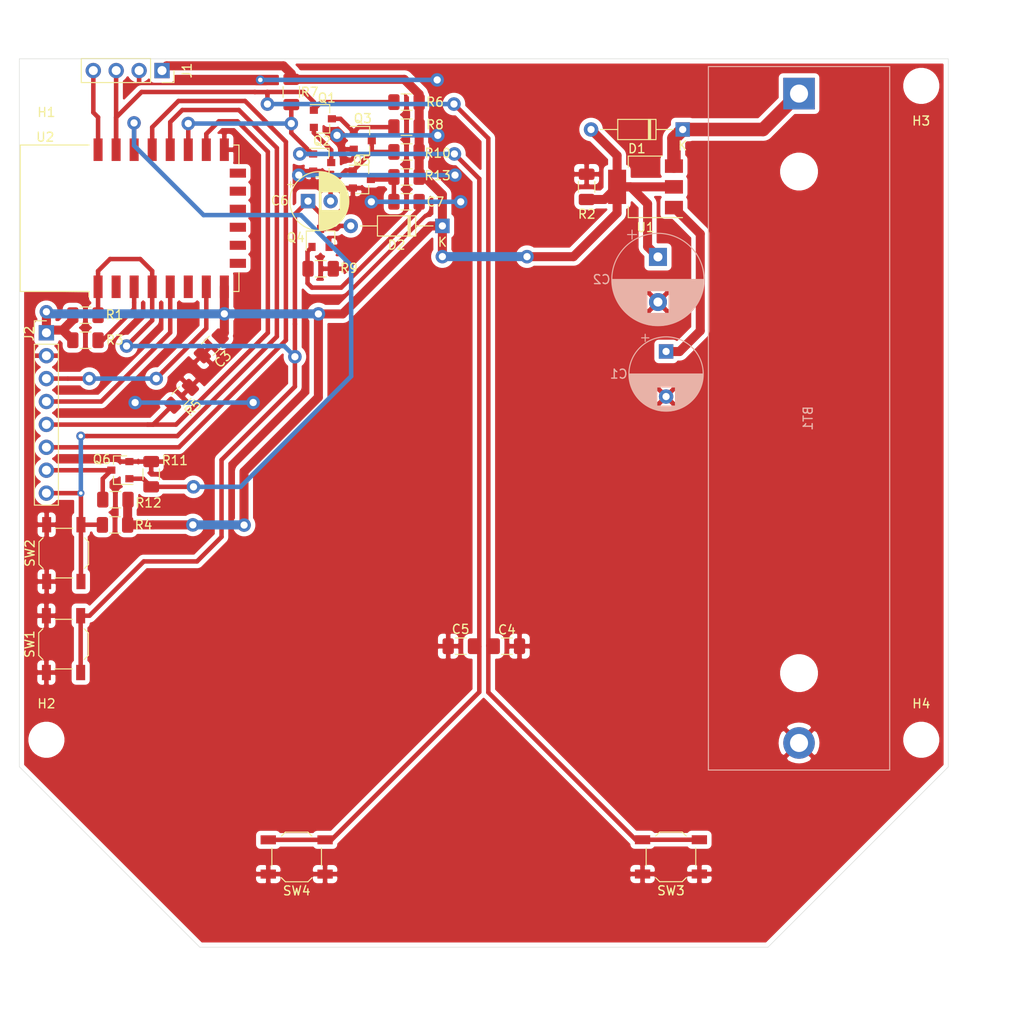
<source format=kicad_pcb>
(kicad_pcb (version 20171130) (host pcbnew 5.1.5+dfsg1-2build2)
  (title_block (title E-printed-exam) (date 2022-06-04) (rev 1.2) (company "Diego Rodríguez Riera"))
  (layers (0 F.Cu signal) (31 B.Cu signal) (34 B.Paste user) (35 F.Paste user) (36 B.SilkS user) (37 F.SilkS user) (38 B.Mask user) (39 F.Mask user) (44 Edge.Cuts user))
  (net 0 "")
  (net 1 "Net-(J1-Pad4)")
  (net 2 GND)
  (net 3 VCC)
  (net 4 "Net-(BT1-Pad1)")
  (net 5 spi-busy,flash)
  (net 6 nxt)
  (net 7 spi-clk)
  (net 8 spi-mosi)
  (net 9 spi-cs)
  (net 10 spi-dc)
  (net 11 spi-nrst)
  (net 12 spi-rst)
  (net 13 prv)
  (net 14 "Net-(U2-Pad14)")
  (net 15 "Net-(U2-Pad13)")
  (net 16 "Net-(U2-Pad12)")
  (net 17 "Net-(U2-Pad11)")
  (net 18 "Net-(U2-Pad10)")
  (net 19 "Net-(U2-Pad9)")
  (net 20 spi-miso)
  (net 21 "Net-(U2-Pad2)")
  (net 22 nrst)
  (net 23 nxt+prv)
  (net 24 "Net-(C7-Pad1)")
  (net 25 "Net-(Q1-Pad3)")
  (net 26 "Net-(Q1-Pad2)")
  (net 27 "Net-(C1-Pad1)")
  (net 28 "Net-(C7-Pad2)")
  (net 29 "Net-(R3-Pad1)")
  (module Battery:BatteryHolder_MPD_BH-18650-PC2 (layer B.Cu) (at 177.72 49.98 270)
    (fp_text reference BT1 (at 36 -1 90) (layer B.SilkS) (effects (justify mirror)))
    (fp_text value Battery_Cell)
    (pad "" np_thru_hole circle (at 64.255 0 270) (size 3.2 3.2) (drill 3.2) (layers *.Cu *.Mask))
    (pad "" np_thru_hole circle (at 8.645 0 270) (size 3.2 3.2) (drill 3.2) (layers *.Cu *.Mask))
    (pad 1 thru_hole rect (at 0 0 270) (size 3.5 3.5) (drill 2) (layers *.Cu *.Mask) (net 4 "Net-(BT1-Pad1)"))
    (pad 2 thru_hole circle (at 72 0 270) (size 3.5 3.5) (drill 2) (layers *.Cu *.Mask) (net 2 GND))
  )
  (module Capacitor_THT:CP_Radial_D6.3mm_P2.50mm (layer F.Cu) (at 123.28 61.9)
    (fp_text reference C6 (at -3.13 -0.05) (layer F.SilkS))
    (fp_text value 47u)
    (pad 2 thru_hole circle (at 2.5 0) (size 1.6 1.6) (drill 0.8) (layers *.Cu *.Mask) (net 23 nxt+prv))
    (pad 1 thru_hole rect (at 0 0) (size 1.6 1.6) (drill 0.8) (layers *.Cu *.Mask) (net 22 nrst))
  )
  (module Capacitor_SMD:C_1206_3216Metric (layer F.Cu) (at 145.33 111.25)
    (fp_text reference C4 (at 0 -1.82) (layer F.SilkS))
    (fp_text value 100n)
    (pad 2 smd roundrect (at 1.4 0) (size 1.25 1.75) (layers F.Cu F.Paste F.Mask) (roundrect_rratio 0.2) (net 2 GND))
    (pad 1 smd roundrect (at -1.4 0) (size 1.25 1.75) (layers F.Cu F.Paste F.Mask) (roundrect_rratio 0.2) (net 6 nxt))
  )
  (module Connector_PinSocket_2.54mm:PinSocket_1x04_P2.54mm_Vertical (layer F.Cu) (at 107.09 47.425 270)
    (fp_text reference J1 (at 0 -2.77 90) (layer F.SilkS))
    (fp_text value Conn_01x04)
    (pad 4 thru_hole oval (at 0 7.62 270) (size 1.7 1.7) (drill 1) (layers *.Cu *.Mask) (net 1 "Net-(J1-Pad4)"))
    (pad 3 thru_hole oval (at 0 5.08 270) (size 1.7 1.7) (drill 1) (layers *.Cu *.Mask) (net 6 nxt))
    (pad 2 thru_hole oval (at 0 2.54 270) (size 1.7 1.7) (drill 1) (layers *.Cu *.Mask) (net 2 GND))
    (pad 1 thru_hole rect (at 0 0 270) (size 1.7 1.7) (drill 1) (layers *.Cu *.Mask) (net 3 VCC))
  )
  (module Connector_PinHeader_2.54mm:PinHeader_1x08_P2.54mm_Vertical (layer F.Cu) (at 94.27 76.5)
    (fp_text reference J2 (at -1.91 0.09 90) (layer F.SilkS))
    (fp_text value Conn_01x08)
    (pad 8 thru_hole oval (at 0 17.78) (size 1.7 1.7) (drill 1) (layers *.Cu *.Mask) (net 5 spi-busy,flash))
    (pad 7 thru_hole oval (at 0 15.24) (size 1.7 1.7) (drill 1) (layers *.Cu *.Mask) (net 11 spi-nrst))
    (pad 6 thru_hole oval (at 0 12.7) (size 1.7 1.7) (drill 1) (layers *.Cu *.Mask) (net 10 spi-dc))
    (pad 5 thru_hole oval (at 0 10.16) (size 1.7 1.7) (drill 1) (layers *.Cu *.Mask) (net 9 spi-cs))
    (pad 4 thru_hole oval (at 0 7.62) (size 1.7 1.7) (drill 1) (layers *.Cu *.Mask) (net 7 spi-clk))
    (pad 3 thru_hole oval (at 0 5.08) (size 1.7 1.7) (drill 1) (layers *.Cu *.Mask) (net 8 spi-mosi))
    (pad 2 thru_hole oval (at 0 2.54) (size 1.7 1.7) (drill 1) (layers *.Cu *.Mask) (net 2 GND))
    (pad 1 thru_hole rect (at 0 0) (size 1.7 1.7) (drill 1) (layers *.Cu *.Mask) (net 3 VCC))
  )
  (module RF_Module:ESP-12E (layer F.Cu) (at 103.5 63.8 90)
    (fp_text reference U2 (at 9 -9.36 180) (layer F.SilkS))
    (fp_text value ESP-12F)
    (pad 22 smd rect (at 7.6 -3.5 90) (size 2.5 1) (layers F.Cu F.Paste F.Mask) (net 1 "Net-(J1-Pad4)"))
    (pad 21 smd rect (at 7.6 -1.5 90) (size 2.5 1) (layers F.Cu F.Paste F.Mask) (net 6 nxt))
    (pad 20 smd rect (at 7.6 0.5 90) (size 2.5 1) (layers F.Cu F.Paste F.Mask) (net 12 spi-rst))
    (pad 19 smd rect (at 7.6 2.5 90) (size 2.5 1) (layers F.Cu F.Paste F.Mask) (net 10 spi-dc))
    (pad 18 smd rect (at 7.6 4.5 90) (size 2.5 1) (layers F.Cu F.Paste F.Mask) (net 5 spi-busy,flash))
    (pad 17 smd rect (at 7.6 6.5 90) (size 2.5 1) (layers F.Cu F.Paste F.Mask) (net 13 prv))
    (pad 16 smd rect (at 7.6 8.5 90) (size 2.5 1) (layers F.Cu F.Paste F.Mask) (net 9 spi-cs))
    (pad 15 smd rect (at 7.6 10.5 90) (size 2.5 1) (layers F.Cu F.Paste F.Mask) (net 2 GND))
    (pad 14 smd rect (at 5 12 90) (size 1 1.8) (layers F.Cu F.Paste F.Mask) (net 14 "Net-(U2-Pad14)"))
    (pad 13 smd rect (at 3 12 90) (size 1 1.8) (layers F.Cu F.Paste F.Mask) (net 15 "Net-(U2-Pad13)"))
    (pad 12 smd rect (at 1 12 90) (size 1 1.8) (layers F.Cu F.Paste F.Mask) (net 16 "Net-(U2-Pad12)"))
    (pad 11 smd rect (at -1 12 90) (size 1 1.8) (layers F.Cu F.Paste F.Mask) (net 17 "Net-(U2-Pad11)"))
    (pad 10 smd rect (at -3 12 90) (size 1 1.8) (layers F.Cu F.Paste F.Mask) (net 18 "Net-(U2-Pad10)"))
    (pad 9 smd rect (at -5 12 90) (size 1 1.8) (layers F.Cu F.Paste F.Mask) (net 19 "Net-(U2-Pad9)"))
    (pad 8 smd rect (at -7.6 10.5 90) (size 2.5 1) (layers F.Cu F.Paste F.Mask) (net 3 VCC))
    (pad 7 smd rect (at -7.6 8.5 90) (size 2.5 1) (layers F.Cu F.Paste F.Mask) (net 8 spi-mosi))
    (pad 6 smd rect (at -7.6 6.5 90) (size 2.5 1) (layers F.Cu F.Paste F.Mask) (net 20 spi-miso))
    (pad 5 smd rect (at -7.6 4.5 90) (size 2.5 1) (layers F.Cu F.Paste F.Mask) (net 7 spi-clk))
    (pad 4 smd rect (at -7.6 2.5 90) (size 2.5 1) (layers F.Cu F.Paste F.Mask) (net 22 nrst))
    (pad 3 smd rect (at -7.6 0.5 90) (size 2.5 1) (layers F.Cu F.Paste F.Mask) (net 29 "Net-(R3-Pad1)"))
    (pad 2 smd rect (at -7.6 -1.5 90) (size 2.5 1) (layers F.Cu F.Paste F.Mask) (net 21 "Net-(U2-Pad2)"))
    (pad 1 smd rect (at -7.6 -3.5 90) (size 2.5 1) (layers F.Cu F.Paste F.Mask) (net 22 nrst))
  )
  (module Package_TO_SOT_SMD:SOT-223-3_TabPin2 (layer F.Cu) (at 160.7 60.32 180)
    (fp_text reference U1 (at 0 -4.5) (layer F.SilkS))
    (fp_text value AP1117-33)
    (pad 1 smd rect (at -3.15 -2.3 180) (size 2 1.5) (layers F.Cu F.Paste F.Mask) (net 27 "Net-(C1-Pad1)"))
    (pad 3 smd rect (at -3.15 2.3 180) (size 2 1.5) (layers F.Cu F.Paste F.Mask) (net 4 "Net-(BT1-Pad1)"))
    (pad 2 smd rect (at -3.15 0 180) (size 2 1.5) (layers F.Cu F.Paste F.Mask) (net 3 VCC))
    (pad 2 smd rect (at 3.15 0 180) (size 2 3.8) (layers F.Cu F.Paste F.Mask) (net 3 VCC))
  )
  (module Button_Switch_SMD:SW_SPST_TL3342 (layer F.Cu) (at 96.2 100.93 90)
    (fp_text reference SW2 (at 0 -3.75 90) (layer F.SilkS))
    (fp_text value SW_Push)
    (pad 2 smd rect (at 3.15 1.9 90) (size 1.7 1) (layers F.Cu F.Paste F.Mask) (net 5 spi-busy,flash))
    (pad 2 smd rect (at -3.15 1.9 90) (size 1.7 1) (layers F.Cu F.Paste F.Mask) (net 5 spi-busy,flash))
    (pad 1 smd rect (at 3.15 -1.9 90) (size 1.7 1) (layers F.Cu F.Paste F.Mask) (net 2 GND))
    (pad 1 smd rect (at -3.15 -1.9 90) (size 1.7 1) (layers F.Cu F.Paste F.Mask) (net 2 GND))
  )
  (module Button_Switch_SMD:SW_SPST_TL3342 (layer F.Cu) (at 96.17 111.02 90)
    (fp_text reference SW1 (at 0 -3.75 90) (layer F.SilkS))
    (fp_text value SW_Push)
    (pad 2 smd rect (at 3.15 1.9 90) (size 1.7 1) (layers F.Cu F.Paste F.Mask) (net 22 nrst))
    (pad 2 smd rect (at -3.15 1.9 90) (size 1.7 1) (layers F.Cu F.Paste F.Mask) (net 22 nrst))
    (pad 1 smd rect (at 3.15 -1.9 90) (size 1.7 1) (layers F.Cu F.Paste F.Mask) (net 2 GND))
    (pad 1 smd rect (at -3.15 -1.9 90) (size 1.7 1) (layers F.Cu F.Paste F.Mask) (net 2 GND))
  )
  (module Resistor_SMD:R_1206_3216Metric (layer F.Cu) (at 134.2 59.225 180)
    (fp_text reference R13 (at -3.44 0.155 180) (layer F.SilkS))
    (fp_text value 680k)
    (pad 2 smd roundrect (at 1.4 0 180) (size 1.25 1.75) (layers F.Cu F.Paste F.Mask) (roundrect_rratio 0.2) (net 24 "Net-(C7-Pad1)"))
    (pad 1 smd roundrect (at -1.4 0 180) (size 1.25 1.75) (layers F.Cu F.Paste F.Mask) (roundrect_rratio 0.2) (net 3 VCC))
  )
  (module Resistor_SMD:R_1206_3216Metric (layer F.Cu) (at 101.92 95 180)
    (fp_text reference R12 (at -3.67 -0.36) (layer F.SilkS))
    (fp_text value 10k)
    (pad 2 smd roundrect (at 1.4 0 180) (size 1.25 1.75) (layers F.Cu F.Paste F.Mask) (roundrect_rratio 0.2) (net 11 spi-nrst))
    (pad 1 smd roundrect (at -1.4 0 180) (size 1.25 1.75) (layers F.Cu F.Paste F.Mask) (roundrect_rratio 0.2) (net 3 VCC))
  )
  (module Resistor_SMD:R_1206_3216Metric (layer F.Cu) (at 105.89 92.18 90)
    (fp_text reference R11 (at 1.52 2.62 180) (layer F.SilkS))
    (fp_text value 10k)
    (pad 2 smd roundrect (at 1.4 0 90) (size 1.25 1.75) (layers F.Cu F.Paste F.Mask) (roundrect_rratio 0.2) (net 2 GND))
    (pad 1 smd roundrect (at -1.4 0 90) (size 1.25 1.75) (layers F.Cu F.Paste F.Mask) (roundrect_rratio 0.2) (net 12 spi-rst))
  )
  (module Resistor_SMD:R_1206_3216Metric (layer F.Cu) (at 134.2 56.45 180)
    (fp_text reference R10 (at -3.45 -0.13 180) (layer F.SilkS))
    (fp_text value 3.3k)
    (pad 2 smd roundrect (at 1.4 0 180) (size 1.25 1.75) (layers F.Cu F.Paste F.Mask) (roundrect_rratio 0.2) (net 23 nxt+prv))
    (pad 1 smd roundrect (at -1.4 0 180) (size 1.25 1.75) (layers F.Cu F.Paste F.Mask) (roundrect_rratio 0.2) (net 3 VCC))
  )
  (module Resistor_SMD:R_1206_3216Metric (layer F.Cu) (at 124.68 69.4)
    (fp_text reference R9 (at 3.137 -0.061 180) (layer F.SilkS))
    (fp_text value 330)
    (pad 2 smd roundrect (at 1.4 0) (size 1.25 1.75) (layers F.Cu F.Paste F.Mask) (roundrect_rratio 0.2) (net 2 GND))
    (pad 1 smd roundrect (at -1.4 0) (size 1.25 1.75) (layers F.Cu F.Paste F.Mask) (roundrect_rratio 0.2) (net 28 "Net-(C7-Pad2)"))
  )
  (module Resistor_SMD:R_1206_3216Metric (layer F.Cu) (at 134.2 53.7)
    (fp_text reference R8 (at 3.15 -0.27 180) (layer F.SilkS))
    (fp_text value 33k)
    (pad 2 smd roundrect (at 1.4 0) (size 1.25 1.75) (layers F.Cu F.Paste F.Mask) (roundrect_rratio 0.2) (net 3 VCC))
    (pad 1 smd roundrect (at -1.4 0) (size 1.25 1.75) (layers F.Cu F.Paste F.Mask) (roundrect_rratio 0.2) (net 25 "Net-(Q1-Pad3)"))
  )
  (module Resistor_SMD:R_1206_3216Metric (layer F.Cu) (at 121.425 49.8 90)
    (fp_text reference R7 (at -0.01 2.025 180) (layer F.SilkS))
    (fp_text value 10k)
    (pad 2 smd roundrect (at 1.4 0 90) (size 1.25 1.75) (layers F.Cu F.Paste F.Mask) (roundrect_rratio 0.2) (net 3 VCC))
    (pad 1 smd roundrect (at -1.4 0 90) (size 1.25 1.75) (layers F.Cu F.Paste F.Mask) (roundrect_rratio 0.2) (net 13 prv))
  )
  (module Resistor_SMD:R_1206_3216Metric (layer F.Cu) (at 134.2 50.925)
    (fp_text reference R6 (at 3.15 0 180) (layer F.SilkS))
    (fp_text value 10k)
    (pad 2 smd roundrect (at 1.4 0) (size 1.25 1.75) (layers F.Cu F.Paste F.Mask) (roundrect_rratio 0.2) (net 3 VCC))
    (pad 1 smd roundrect (at -1.4 0) (size 1.25 1.75) (layers F.Cu F.Paste F.Mask) (roundrect_rratio 0.2) (net 6 nxt))
  )
  (module Resistor_SMD:R_1206_3216Metric (layer F.Cu) (at 109.246051 83.539949 225)
    (fp_text reference R5 (at 0 -1.82 45) (layer F.SilkS))
    (fp_text value 10k)
    (pad 2 smd roundrect (at 1.4 0 225) (size 1.25 1.75) (layers F.Cu F.Paste F.Mask) (roundrect_rratio 0.2) (net 9 spi-cs))
    (pad 1 smd roundrect (at -1.4 0 225) (size 1.25 1.75) (layers F.Cu F.Paste F.Mask) (roundrect_rratio 0.2) (net 2 GND))
  )
  (module Resistor_SMD:R_1206_3216Metric (layer F.Cu) (at 101.88 97.8 180)
    (fp_text reference R4 (at -3.16 -0.01) (layer F.SilkS))
    (fp_text value 10k)
    (pad 2 smd roundrect (at 1.4 0 180) (size 1.25 1.75) (layers F.Cu F.Paste F.Mask) (roundrect_rratio 0.2) (net 5 spi-busy,flash))
    (pad 1 smd roundrect (at -1.4 0 180) (size 1.25 1.75) (layers F.Cu F.Paste F.Mask) (roundrect_rratio 0.2) (net 3 VCC))
  )
  (module Resistor_SMD:R_1206_3216Metric (layer F.Cu) (at 98.6 77.325 180)
    (fp_text reference R3 (at -3.25 0.025 180) (layer F.SilkS))
    (fp_text value 10k)
    (pad 2 smd roundrect (at 1.4 0 180) (size 1.25 1.75) (layers F.Cu F.Paste F.Mask) (roundrect_rratio 0.2) (net 3 VCC))
    (pad 1 smd roundrect (at -1.4 0 180) (size 1.25 1.75) (layers F.Cu F.Paste F.Mask) (roundrect_rratio 0.2) (net 29 "Net-(R3-Pad1)"))
  )
  (module Resistor_SMD:R_1206_3216Metric (layer F.Cu) (at 154.17 60.32 90)
    (fp_text reference R2 (at -3.02 0.02 180) (layer F.SilkS))
    (fp_text value 33k)
    (pad 2 smd roundrect (at 1.4 0 90) (size 1.25 1.75) (layers F.Cu F.Paste F.Mask) (roundrect_rratio 0.2) (net 2 GND))
    (pad 1 smd roundrect (at -1.4 0 90) (size 1.25 1.75) (layers F.Cu F.Paste F.Mask) (roundrect_rratio 0.2) (net 3 VCC))
  )
  (module Resistor_SMD:R_1206_3216Metric (layer F.Cu) (at 98.6 74.55)
    (fp_text reference R1 (at 3.225 -0.05 180) (layer F.SilkS))
    (fp_text value 1k)
    (pad 2 smd roundrect (at 1.4 0) (size 1.25 1.75) (layers F.Cu F.Paste F.Mask) (roundrect_rratio 0.2) (net 22 nrst))
    (pad 1 smd roundrect (at -1.4 0) (size 1.25 1.75) (layers F.Cu F.Paste F.Mask) (roundrect_rratio 0.2) (net 3 VCC))
  )
  (module Package_TO_SOT_SMD:SOT-23 (layer F.Cu) (at 102.47 91.73 180)
    (fp_text reference Q6 (at 2.06 1.19) (layer F.SilkS))
    (fp_text value 2N7002)
    (pad 3 smd rect (at 1 0 180) (size 0.9 0.8) (layers F.Cu F.Paste F.Mask) (net 11 spi-nrst))
    (pad 2 smd rect (at -1 0.95 180) (size 0.9 0.8) (layers F.Cu F.Paste F.Mask) (net 2 GND))
    (pad 1 smd rect (at -1 -0.95 180) (size 0.9 0.8) (layers F.Cu F.Paste F.Mask) (net 12 spi-rst))
  )
  (module Package_TO_SOT_SMD:SOT-23 (layer F.Cu) (at 129.25 59.5)
    (fp_text reference Q5 (at -0.01 -2.1 180) (layer F.SilkS))
    (fp_text value 2N7002)
    (pad 3 smd rect (at 1 0) (size 0.9 0.8) (layers F.Cu F.Paste F.Mask) (net 24 "Net-(C7-Pad1)"))
    (pad 2 smd rect (at -1 0.95) (size 0.9 0.8) (layers F.Cu F.Paste F.Mask) (net 2 GND))
    (pad 1 smd rect (at -1 -0.95) (size 0.9 0.8) (layers F.Cu F.Paste F.Mask) (net 23 nxt+prv))
  )
  (module Package_TO_SOT_SMD:SOT-23 (layer F.Cu) (at 124.67 65.98 90)
    (fp_text reference Q4 (at 0.04 -2.745 180) (layer F.SilkS))
    (fp_text value 2N7002)
    (pad 3 smd rect (at 1 0 90) (size 0.9 0.8) (layers F.Cu F.Paste F.Mask) (net 22 nrst))
    (pad 2 smd rect (at -1 0.95 90) (size 0.9 0.8) (layers F.Cu F.Paste F.Mask) (net 2 GND))
    (pad 1 smd rect (at -1 -0.95 90) (size 0.9 0.8) (layers F.Cu F.Paste F.Mask) (net 28 "Net-(C7-Pad2)"))
  )
  (module Package_TO_SOT_SMD:SOT-23 (layer F.Cu) (at 129.35 55.2)
    (fp_text reference Q3 (at 0 -2.46 180) (layer F.SilkS))
    (fp_text value 2N7002)
    (pad 3 smd rect (at 1 0) (size 0.9 0.8) (layers F.Cu F.Paste F.Mask) (net 23 nxt+prv))
    (pad 2 smd rect (at -1 0.95) (size 0.9 0.8) (layers F.Cu F.Paste F.Mask) (net 2 GND))
    (pad 1 smd rect (at -1 -0.95) (size 0.9 0.8) (layers F.Cu F.Paste F.Mask) (net 25 "Net-(Q1-Pad3)"))
  )
  (module Package_TO_SOT_SMD:SOT-23 (layer F.Cu) (at 124.85 57.625)
    (fp_text reference Q2 (at -0.01 -2.395 180) (layer F.SilkS))
    (fp_text value 2N7002)
    (pad 3 smd rect (at 1 0) (size 0.9 0.8) (layers F.Cu F.Paste F.Mask) (net 26 "Net-(Q1-Pad2)"))
    (pad 2 smd rect (at -1 0.95) (size 0.9 0.8) (layers F.Cu F.Paste F.Mask) (net 2 GND))
    (pad 1 smd rect (at -1 -0.95) (size 0.9 0.8) (layers F.Cu F.Paste F.Mask) (net 13 prv))
  )
  (module Package_TO_SOT_SMD:SOT-23 (layer F.Cu) (at 124.925 52.775)
    (fp_text reference Q1 (at 0.435 -2.315 180) (layer F.SilkS))
    (fp_text value 2N7002)
    (pad 3 smd rect (at 1 0) (size 0.9 0.8) (layers F.Cu F.Paste F.Mask) (net 25 "Net-(Q1-Pad3)"))
    (pad 2 smd rect (at -1 0.95) (size 0.9 0.8) (layers F.Cu F.Paste F.Mask) (net 26 "Net-(Q1-Pad2)"))
    (pad 1 smd rect (at -1 -0.95) (size 0.9 0.8) (layers F.Cu F.Paste F.Mask) (net 6 nxt))
  )
  (module Diode_THT:D_DO-35_SOD27_P10.16mm_Horizontal (layer F.Cu) (at 138.176 64.65 180)
    (fp_text reference D2 (at 5.08 -2.12) (layer F.SilkS))
    (fp_text value 2N7001)
    (fp_text user K (at 0 -1.8) (layer F.SilkS))
    (pad 2 thru_hole oval (at 10.16 0 180) (size 1.6 1.6) (drill 0.8) (layers *.Cu *.Mask) (net 22 nrst))
    (pad 1 thru_hole rect (at 0 0 180) (size 1.6 1.6) (drill 0.8) (layers *.Cu *.Mask) (net 3 VCC))
  )
  (module Diode_THT:D_DO-35_SOD27_P10.16mm_Horizontal (layer F.Cu) (at 164.82 53.96 180)
    (fp_text reference D1 (at 5.08 -2.12) (layer F.SilkS))
    (fp_text value 2N7001)
    (fp_text user K (at 0 -1.8) (layer F.SilkS))
    (pad 2 thru_hole oval (at 10.16 0 180) (size 1.6 1.6) (drill 0.8) (layers *.Cu *.Mask) (net 3 VCC))
    (pad 1 thru_hole rect (at 0 0 180) (size 1.6 1.6) (drill 0.8) (layers *.Cu *.Mask) (net 4 "Net-(BT1-Pad1)"))
  )
  (module Capacitor_SMD:C_1206_3216Metric (layer F.Cu) (at 134.2 61.975)
    (fp_text reference C7 (at 3.2 0.015 180) (layer F.SilkS))
    (fp_text value 100n)
    (pad 2 smd roundrect (at 1.4 0) (size 1.25 1.75) (layers F.Cu F.Paste F.Mask) (roundrect_rratio 0.2) (net 28 "Net-(C7-Pad2)"))
    (pad 1 smd roundrect (at -1.4 0) (size 1.25 1.75) (layers F.Cu F.Paste F.Mask) (roundrect_rratio 0.2) (net 24 "Net-(C7-Pad1)"))
  )
  (module Capacitor_SMD:C_1206_3216Metric (layer F.Cu) (at 140.22 111.25 180)
    (fp_text reference C5 (at 0.02 1.882 180) (layer F.SilkS))
    (fp_text value 100n)
    (pad 2 smd roundrect (at 1.4 0 180) (size 1.25 1.75) (layers F.Cu F.Paste F.Mask) (roundrect_rratio 0.2) (net 2 GND))
    (pad 1 smd roundrect (at -1.4 0 180) (size 1.25 1.75) (layers F.Cu F.Paste F.Mask) (roundrect_rratio 0.2) (net 13 prv))
  )
  (module Capacitor_SMD:C_1206_3216Metric (layer F.Cu) (at 112.548051 77.951949 45)
    (fp_text reference C3 (at -0.142763 1.975656 45) (layer F.SilkS))
    (fp_text value 100n)
    (pad 2 smd roundrect (at 1.4 0 45) (size 1.25 1.75) (layers F.Cu F.Paste F.Mask) (roundrect_rratio 0.2) (net 3 VCC))
    (pad 1 smd roundrect (at -1.4 0 45) (size 1.25 1.75) (layers F.Cu F.Paste F.Mask) (roundrect_rratio 0.2) (net 2 GND))
  )
  (module Capacitor_THT:CP_Radial_D10.0mm_P5.00mm (layer B.Cu) (at 162.08 68.09 270)
    (fp_text reference C2 (at 2.5 6.25 180) (layer B.SilkS) (effects (justify mirror)))
    (fp_text value 220u)
    (pad 2 thru_hole circle (at 5 0 270) (size 2 2) (drill 1) (layers *.Cu *.Mask) (net 2 GND))
    (pad 1 thru_hole rect (at 0 0 270) (size 2 2) (drill 1) (layers *.Cu *.Mask) (net 3 VCC))
  )
  (module Capacitor_THT:CP_Radial_D8.0mm_P5.00mm (layer B.Cu) (at 162.98 78.57 270)
    (fp_text reference C1 (at 2.5 5.25 180) (layer B.SilkS) (effects (justify mirror)))
    (fp_text value 100u)
    (pad 2 thru_hole circle (at 5 0 270) (size 1.6 1.6) (drill 0.8) (layers *.Cu *.Mask) (net 2 GND))
    (pad 1 thru_hole rect (at 0 0 270) (size 1.6 1.6) (drill 0.8) (layers *.Cu *.Mask) (net 27 "Net-(C1-Pad1)"))
  )
  (module Button_Switch_SMD:SW_SPST_TL3342 (layer F.Cu) (at 122.02 134.62 180)
    (fp_text reference SW4 (at 0 -3.75) (layer F.SilkS))
    (fp_text value SW_Push)
    (pad 2 smd rect (at 3.15 1.9 180) (size 1.7 1) (layers F.Cu F.Paste F.Mask) (net 13 prv))
    (pad 2 smd rect (at -3.15 1.9 180) (size 1.7 1) (layers F.Cu F.Paste F.Mask) (net 13 prv))
    (pad 1 smd rect (at 3.15 -1.9 180) (size 1.7 1) (layers F.Cu F.Paste F.Mask) (net 2 GND))
    (pad 1 smd rect (at -3.15 -1.9 180) (size 1.7 1) (layers F.Cu F.Paste F.Mask) (net 2 GND))
  )
  (module Button_Switch_SMD:SW_SPST_TL3342 (layer F.Cu) (at 163.52 134.61 180)
    (fp_text reference SW3 (at 0 -3.75) (layer F.SilkS))
    (fp_text value SW_Push)
    (pad 2 smd rect (at 3.15 1.9 180) (size 1.7 1) (layers F.Cu F.Paste F.Mask) (net 6 nxt))
    (pad 2 smd rect (at -3.15 1.9 180) (size 1.7 1) (layers F.Cu F.Paste F.Mask) (net 6 nxt))
    (pad 1 smd rect (at 3.15 -1.9 180) (size 1.7 1) (layers F.Cu F.Paste F.Mask) (net 2 GND))
    (pad 1 smd rect (at -3.15 -1.9 180) (size 1.7 1) (layers F.Cu F.Paste F.Mask) (net 2 GND))
  )
  (module MountingHole:MountingHole_3mm (layer F.Cu) (at 191.275 49.125)
    (fp_text reference H3 (at -0.015 3.885) (layer F.SilkS))
    (fp_text value MountingHole)
    (pad 1 np_thru_hole circle (at 0 0) (size 3 3) (drill 3) (layers *.Cu *.Mask))
  )
  (module MountingHole:MountingHole_3mm (layer F.Cu) (at 94.275 49.125)
    (fp_text reference H1 (at -0.005 2.935) (layer F.SilkS))
    (fp_text value MountingHole)
    (pad 1 np_thru_hole circle (at 0 0) (size 3 3) (drill 3) (layers *.Cu *.Mask))
  )
  (module MountingHole:MountingHole_3mm (layer F.Cu) (at 191.275 121.625)
    (fp_text reference H4 (at 0 -4) (layer F.SilkS))
    (fp_text value MountingHole)
    (pad 1 np_thru_hole circle (at 0 0) (size 3 3) (drill 3) (layers *.Cu *.Mask))
  )
  (module MountingHole:MountingHole_3mm (layer F.Cu) (at 94.275 121.625)
    (fp_text reference H2 (at 0 -4) (layer F.SilkS))
    (fp_text value MountingHole)
    (pad 1 np_thru_hole circle (at 0 0) (size 3 3) (drill 3) (layers *.Cu *.Mask))
  )
  (gr_line (start 194.275 46.125) (end 91.275 46.125) (layer Edge.Cuts) (width 0.05))
  (gr_line (start 111.275 144.625) (end 174.275 144.625) (layer Edge.Cuts) (width 0.05))
  (gr_line (start 91.275 124.625) (end 111.275 144.625) (layer Edge.Cuts) (width 0.05))
  (gr_line (start 194.275 124.625) (end 174.275 144.625) (layer Edge.Cuts) (width 0.05))
  (gr_line (start 91.275 124.625) (end 91.275 46.125) (layer Edge.Cuts) (width 0.05))
  (gr_line (start 194.275 46.125) (end 194.275 124.625) (layer Edge.Cuts) (width 0.05))
  (segment (start 99.475 47.53) (end 99.47 47.525) (width 0.5) (layer F.Cu) (net 1))
  (segment (start 99.475 52.075) (end 99.475 47.53) (width 0.5) (layer F.Cu) (net 1))
  (segment (start 100 52.6) (end 99.475 52.075) (width 0.5) (layer F.Cu) (net 1))
  (segment (start 100 56.2) (end 100 52.6) (width 0.5) (layer F.Cu) (net 1))
  (via (at 126.492 54.61) (size 1.5) (drill 0.8) (layers F.Cu B.Cu) (net 2))
  (via (at 137.668 54.61) (size 1.5) (drill 0.8) (layers F.Cu B.Cu) (net 2))
  (segment (start 126.492 54.61) (end 127.55266 54.61) (width 0.5) (layer B.Cu) (net 2))
  (segment (start 127.55266 54.61) (end 137.668 54.61) (width 0.5) (layer B.Cu) (net 2))
  (via (at 130.302 61.976) (size 1.5) (drill 0.8) (layers F.Cu B.Cu) (net 2))
  (via (at 140.208 61.976) (size 1.5) (drill 0.8) (layers F.Cu B.Cu) (net 2))
  (segment (start 130.302 61.976) (end 140.208 61.976) (width 0.5) (layer B.Cu) (net 2))
  (via (at 104.11 84.24) (size 1.5) (drill 0.8) (layers F.Cu B.Cu) (net 2))
  (via (at 117.2 84.23) (size 1.5) (drill 0.8) (layers F.Cu B.Cu) (net 2))
  (segment (start 104.11 84.24) (end 117.19 84.24) (width 0.5) (layer B.Cu) (net 2))
  (segment (start 117.19 84.24) (end 117.2 84.23) (width 0.5) (layer B.Cu) (net 2))
  (via (at 122.25 59.02) (size 1.5) (drill 0.8) (layers F.Cu B.Cu) (net 2))
  (via (at 117.99 48.46) (size 1) (drill 0.5) (layers F.Cu B.Cu) (net 2))
  (via (at 137.599999 48.46) (size 1.5) (drill 0.8) (layers F.Cu B.Cu) (net 2))
  (segment (start 117.99 48.46) (end 137.599999 48.46) (width 0.5) (layer B.Cu) (net 2))
  (via (at 139.58 59.02) (size 1.5) (drill 0.8) (layers F.Cu B.Cu) (net 2))
  (segment (start 122.25 59.02) (end 139.58 59.02) (width 0.5) (layer B.Cu) (net 2))
  (segment (start 94.27 76.5) (end 94.57 76.2) (width 1) (layer F.Cu) (net 3))
  (segment (start 96.075 76.2) (end 97.2 77.325) (width 1) (layer F.Cu) (net 3))
  (segment (start 94.57 76.2) (end 96.075 76.2) (width 1) (layer F.Cu) (net 3))
  (segment (start 97.2 75.075) (end 97.2 74.55) (width 1) (layer F.Cu) (net 3))
  (segment (start 96.075 76.2) (end 97.2 75.075) (width 1) (layer F.Cu) (net 3))
  (segment (start 135.6 56.45) (end 135.6 59.225) (width 1) (layer F.Cu) (net 3))
  (segment (start 135.675 50.925) (end 135.6 50.925) (width 1) (layer F.Cu) (net 3))
  (segment (start 135.6 56.4) (end 135.675 56.475) (width 1) (layer F.Cu) (net 3))
  (segment (start 135.6 50.925) (end 135.6 56.4) (width 1) (layer F.Cu) (net 3))
  (segment (start 114 71.4) (end 114 74.4) (width 1) (layer F.Cu) (net 3))
  (via (at 114 74.4) (size 1.5) (drill 0.8) (layers F.Cu B.Cu) (net 3))
  (segment (start 135.6 50.05) (end 135.6 50.925) (width 1) (layer F.Cu) (net 3))
  (segment (start 133.95 48.4) (end 135.6 50.05) (width 1) (layer F.Cu) (net 3))
  (segment (start 121.425 48.4) (end 133.95 48.4) (width 1) (layer F.Cu) (net 3))
  (segment (start 121.425 47.775) (end 121.425 48.4) (width 1) (layer F.Cu) (net 3))
  (segment (start 120.55001 46.90001) (end 121.425 47.775) (width 1) (layer F.Cu) (net 3))
  (segment (start 107.61499 46.90001) (end 120.55001 46.90001) (width 1) (layer F.Cu) (net 3))
  (segment (start 107.09 47.425) (end 107.61499 46.90001) (width 1) (layer F.Cu) (net 3))
  (segment (start 138.176 61.176) (end 138.176 64.65) (width 1) (layer F.Cu) (net 3))
  (segment (start 136.225 59.225) (end 138.176 61.176) (width 1) (layer F.Cu) (net 3))
  (segment (start 135.6 59.225) (end 136.225 59.225) (width 1) (layer F.Cu) (net 3))
  (via (at 124.43 74.41) (size 1.5) (drill 0.8) (layers F.Cu B.Cu) (net 3))
  (segment (start 114 74.4) (end 124.42 74.4) (width 1) (layer B.Cu) (net 3))
  (segment (start 124.42 74.4) (end 124.43 74.41) (width 1) (layer B.Cu) (net 3))
  (segment (start 103.28 95.04) (end 103.32 95) (width 1) (layer F.Cu) (net 3))
  (segment (start 103.28 97.8) (end 103.28 95.04) (width 1) (layer F.Cu) (net 3))
  (via (at 94.269999 74.170001) (size 1.5) (drill 0.8) (layers F.Cu B.Cu) (net 3))
  (segment (start 94.27 76.5) (end 94.269999 75.149999) (width 1) (layer F.Cu) (net 3))
  (segment (start 94.269999 75.149999) (end 94.269999 74.170001) (width 1) (layer F.Cu) (net 3))
  (segment (start 114 74.4) (end 94.499998 74.4) (width 1) (layer B.Cu) (net 3))
  (segment (start 94.499998 74.4) (end 94.269999 74.170001) (width 1) (layer B.Cu) (net 3))
  (segment (start 106.07 97.8) (end 106.07 97.8) (width 1) (layer F.Cu) (net 3))
  (segment (start 156.15 61.72) (end 157.55 60.32) (width 1) (layer F.Cu) (net 3))
  (segment (start 154.17 61.72) (end 156.15 61.72) (width 1) (layer F.Cu) (net 3))
  (segment (start 157.55 60.32) (end 163.85 60.32) (width 1) (layer F.Cu) (net 3))
  (segment (start 157.55 56.85) (end 157.55 60.32) (width 1) (layer F.Cu) (net 3))
  (segment (start 154.66 53.96) (end 157.55 56.85) (width 1) (layer F.Cu) (net 3))
  (segment (start 138.176 68.054) (end 138.176 68.054) (width 1) (layer F.Cu) (net 3))
  (via (at 138.176 68.054) (size 1.5) (drill 0.8) (layers F.Cu B.Cu) (net 3))
  (segment (start 138.176 64.65) (end 138.176 68.054) (width 1) (layer F.Cu) (net 3))
  (segment (start 103.28 97.8) (end 110.509998 97.8) (width 1) (layer F.Cu) (net 3))
  (via (at 110.51 97.800002) (size 1.5) (drill 0.8) (layers F.Cu B.Cu) (net 3))
  (segment (start 110.509998 97.8) (end 110.51 97.800002) (width 1) (layer F.Cu) (net 3))
  (via (at 116.19 97.82) (size 1.5) (drill 0.8) (layers F.Cu B.Cu) (net 3))
  (segment (start 110.51 97.800002) (end 116.170002 97.800002) (width 1) (layer B.Cu) (net 3))
  (segment (start 116.170002 97.800002) (end 116.19 97.82) (width 1) (layer B.Cu) (net 3))
  (segment (start 116.18 97.81) (end 116.19 97.82) (width 1) (layer F.Cu) (net 3))
  (segment (start 116.18 91.9) (end 116.18 97.81) (width 1) (layer F.Cu) (net 3))
  (segment (start 124.43 83.65) (end 116.18 91.9) (width 1) (layer F.Cu) (net 3))
  (segment (start 124.43 74.41) (end 124.43 83.65) (width 1) (layer F.Cu) (net 3))
  (segment (start 152.71 68.06) (end 147.56 68.06) (width 1) (layer F.Cu) (net 3))
  (segment (start 157.55 63.22) (end 152.71 68.06) (width 1) (layer F.Cu) (net 3))
  (segment (start 157.55 60.32) (end 157.55 63.22) (width 1) (layer F.Cu) (net 3))
  (segment (start 147.554 68.054) (end 147.56 68.06) (width 1) (layer B.Cu) (net 3))
  (segment (start 138.176 68.054) (end 147.554 68.054) (width 1) (layer B.Cu) (net 3))
  (via (at 147.56 68.06) (size 1.5) (drill 0.8) (layers F.Cu B.Cu) (net 3))
  (segment (start 160.93 62.2) (end 159.05 60.32) (width 1) (layer F.Cu) (net 3))
  (segment (start 160.93 66.94) (end 160.93 62.2) (width 1) (layer F.Cu) (net 3))
  (segment (start 159.05 60.32) (end 157.55 60.32) (width 1) (layer F.Cu) (net 3))
  (segment (start 162.08 68.09) (end 160.93 66.94) (width 1) (layer F.Cu) (net 3))
  (segment (start 114 74.4) (end 114 76.5) (width 1) (layer F.Cu) (net 3))
  (segment (start 114 76.5) (end 113.538 76.962) (width 1) (layer F.Cu) (net 3))
  (segment (start 136.875 64.65) (end 138.176 64.65) (width 1) (layer F.Cu) (net 3))
  (segment (start 127.115 74.41) (end 136.875 64.65) (width 1) (layer F.Cu) (net 3))
  (segment (start 124.43 74.41) (end 127.115 74.41) (width 1) (layer F.Cu) (net 3))
  (segment (start 163.85 54.93) (end 164.82 53.96) (width 1.5) (layer F.Cu) (net 4))
  (segment (start 163.85 58.02) (end 163.85 54.93) (width 1.5) (layer F.Cu) (net 4))
  (segment (start 177.7 49.96) (end 177.72 49.98) (width 1.5) (layer F.Cu) (net 4))
  (segment (start 177.7 49.99) (end 177.7 49.96) (width 1.5) (layer F.Cu) (net 4))
  (segment (start 173.73 53.96) (end 177.7 49.99) (width 1.5) (layer F.Cu) (net 4))
  (segment (start 164.82 53.96) (end 173.73 53.96) (width 1.5) (layer F.Cu) (net 4))
  (segment (start 98.089998 94.28) (end 98.09 94.279998) (width 0.5) (layer F.Cu) (net 5))
  (via (at 98.09 94.279998) (size 0.8) (drill 0.4) (layers F.Cu B.Cu) (net 5))
  (segment (start 98.09 94.279998) (end 98.09 87.95999) (width 0.5) (layer B.Cu) (net 5))
  (via (at 98.08 87.94999) (size 1) (drill 0.5) (layers F.Cu B.Cu) (net 5))
  (segment (start 98.09 87.95999) (end 98.08 87.94999) (width 0.5) (layer B.Cu) (net 5))
  (segment (start 98.1 94.289998) (end 98.09 94.279998) (width 0.5) (layer F.Cu) (net 5))
  (segment (start 98.1 104.08) (end 98.1 97.78) (width 0.5) (layer F.Cu) (net 5))
  (segment (start 119.824989 76.91524) (end 108.790239 87.94999) (width 0.5) (layer F.Cu) (net 5))
  (segment (start 108 53.14) (end 109.339978 51.800022) (width 0.5) (layer F.Cu) (net 5))
  (segment (start 119.824989 56.010761) (end 119.824989 76.91524) (width 0.5) (layer F.Cu) (net 5))
  (segment (start 115.61425 51.800022) (end 119.824989 56.010761) (width 0.5) (layer F.Cu) (net 5))
  (segment (start 109.339978 51.800022) (end 115.61425 51.800022) (width 0.5) (layer F.Cu) (net 5))
  (segment (start 108.790239 87.94999) (end 98.787106 87.94999) (width 0.5) (layer F.Cu) (net 5))
  (segment (start 108 56.2) (end 108 53.14) (width 0.5) (layer F.Cu) (net 5))
  (segment (start 98.787106 87.94999) (end 98.08 87.94999) (width 0.5) (layer F.Cu) (net 5))
  (segment (start 100.46 97.78) (end 100.48 97.8) (width 0.5) (layer F.Cu) (net 5))
  (segment (start 98.1 97.78) (end 100.46 97.78) (width 0.5) (layer F.Cu) (net 5))
  (segment (start 94.27 94.28) (end 98.089998 94.28) (width 0.5) (layer F.Cu) (net 5))
  (segment (start 98.1 97.78) (end 98.1 94.289998) (width 0.5) (layer F.Cu) (net 5))
  (via (at 118.78 51.14) (size 1.5) (drill 0.8) (layers F.Cu B.Cu) (net 6))
  (segment (start 124.75 50.925) (end 132.8 50.925) (width 0.5) (layer F.Cu) (net 6))
  (segment (start 123.925 51.75) (end 124.75 50.925) (width 0.5) (layer F.Cu) (net 6))
  (segment (start 123.925 51.825) (end 123.925 51.75) (width 0.5) (layer F.Cu) (net 6))
  (segment (start 102 47.535) (end 102.01 47.525) (width 0.5) (layer F.Cu) (net 6))
  (segment (start 102 56.2) (end 102 47.535) (width 0.5) (layer F.Cu) (net 6))
  (segment (start 122.8 49.8) (end 123.925 50.925) (width 0.5) (layer F.Cu) (net 6))
  (segment (start 123.925 50.925) (end 123.925 51.825) (width 0.5) (layer F.Cu) (net 6))
  (segment (start 118.77 50.06934) (end 118.77 49.8) (width 0.5) (layer F.Cu) (net 6))
  (segment (start 118.78 50.07934) (end 118.77 50.06934) (width 0.5) (layer F.Cu) (net 6))
  (segment (start 118.78 51.14) (end 118.78 50.07934) (width 0.5) (layer F.Cu) (net 6))
  (segment (start 118.77 49.8) (end 122.8 49.8) (width 0.5) (layer F.Cu) (net 6))
  (via (at 139.46 51.139998) (size 1.5) (drill 0.8) (layers F.Cu B.Cu) (net 6))
  (segment (start 118.78 51.14) (end 139.459998 51.14) (width 0.5) (layer B.Cu) (net 6))
  (segment (start 139.459998 51.14) (end 139.46 51.139998) (width 0.5) (layer B.Cu) (net 6))
  (segment (start 102 56.2) (end 102 52.625) (width 0.5) (layer F.Cu) (net 6))
  (segment (start 117.379998 49.8) (end 117.389999 49.810001) (width 0.5) (layer F.Cu) (net 6))
  (segment (start 102 52.625) (end 104.825 49.8) (width 0.5) (layer F.Cu) (net 6))
  (segment (start 104.825 49.8) (end 117.379998 49.8) (width 0.5) (layer F.Cu) (net 6))
  (segment (start 117.389999 49.810001) (end 118.759999 49.810001) (width 0.5) (layer F.Cu) (net 6))
  (segment (start 118.759999 49.810001) (end 118.77 49.8) (width 0.5) (layer F.Cu) (net 6))
  (segment (start 139.46 51.139998) (end 143.270011 54.950009) (width 0.5) (layer F.Cu) (net 6))
  (segment (start 143.305 111.25) (end 143.93 111.25) (width 0.5) (layer F.Cu) (net 6))
  (segment (start 143.270011 111.215011) (end 143.305 111.25) (width 0.5) (layer F.Cu) (net 6))
  (segment (start 143.270011 111.169989) (end 143.270011 111.215011) (width 0.5) (layer F.Cu) (net 6))
  (segment (start 143.270011 54.950009) (end 143.270011 111.169989) (width 0.5) (layer F.Cu) (net 6))
  (segment (start 165.32 132.71) (end 160.37 132.71) (width 0.5) (layer F.Cu) (net 6))
  (segment (start 166.67 132.71) (end 165.32 132.71) (width 0.5) (layer F.Cu) (net 6))
  (segment (start 159.61 132.71) (end 160.37 132.71) (width 0.5) (layer F.Cu) (net 6))
  (segment (start 143.270011 116.370011) (end 159.61 132.71) (width 0.5) (layer F.Cu) (net 6))
  (segment (start 143.270011 111.169989) (end 143.270011 116.370011) (width 0.5) (layer F.Cu) (net 6))
  (segment (start 95.472081 84.12) (end 94.27 84.12) (width 0.5) (layer F.Cu) (net 7))
  (segment (start 100.355 84.12) (end 95.472081 84.12) (width 0.5) (layer F.Cu) (net 7))
  (segment (start 108 76.475) (end 100.355 84.12) (width 0.5) (layer F.Cu) (net 7))
  (segment (start 108 71.4) (end 108 76.475) (width 0.5) (layer F.Cu) (net 7))
  (segment (start 96.645 81.58) (end 96.645 81.58) (width 0.5) (layer F.Cu) (net 8))
  (via (at 99.025 81.58) (size 1.5) (drill 0.8) (layers F.Cu B.Cu) (net 8))
  (segment (start 94.27 81.58) (end 99.025 81.58) (width 0.5) (layer F.Cu) (net 8))
  (via (at 106.45 81.575) (size 1.5) (drill 0.8) (layers F.Cu B.Cu) (net 8))
  (segment (start 112 71.4) (end 112 76.025) (width 0.5) (layer F.Cu) (net 8))
  (segment (start 112 76.025) (end 107.199999 80.825001) (width 0.5) (layer F.Cu) (net 8))
  (segment (start 99.025 81.58) (end 106.445 81.58) (width 0.5) (layer B.Cu) (net 8))
  (segment (start 107.199999 80.825001) (end 106.45 81.575) (width 0.5) (layer F.Cu) (net 8))
  (segment (start 106.445 81.58) (end 106.45 81.575) (width 0.5) (layer B.Cu) (net 8))
  (segment (start 94.27 86.66) (end 94.29 86.68) (width 0.5) (layer F.Cu) (net 9))
  (segment (start 106.106 86.68) (end 108.256102 84.529898) (width 0.5) (layer F.Cu) (net 9))
  (segment (start 105.476 86.68) (end 106.106 86.68) (width 0.5) (layer F.Cu) (net 9))
  (segment (start 94.29 86.68) (end 105.476 86.68) (width 0.5) (layer F.Cu) (net 9))
  (segment (start 112 54.45) (end 112 56.2) (width 0.5) (layer F.Cu) (net 9))
  (segment (start 115.450032 53.050033) (end 113.399967 53.050033) (width 0.5) (layer F.Cu) (net 9))
  (segment (start 105.476 86.68) (end 108.646 86.68) (width 0.5) (layer F.Cu) (net 9))
  (segment (start 113.399967 53.050033) (end 112 54.45) (width 0.5) (layer F.Cu) (net 9))
  (segment (start 118.824978 56.424979) (end 115.450032 53.050033) (width 0.5) (layer F.Cu) (net 9))
  (segment (start 118.824978 76.501022) (end 118.824978 56.424979) (width 0.5) (layer F.Cu) (net 9))
  (segment (start 108.646 86.68) (end 118.824978 76.501022) (width 0.5) (layer F.Cu) (net 9))
  (segment (start 120.825 77.329458) (end 120.825 55.325) (width 0.5) (layer F.Cu) (net 10))
  (segment (start 108.909989 50.800011) (end 106 53.71) (width 0.5) (layer F.Cu) (net 10))
  (segment (start 106 54.45) (end 106 56.2) (width 0.5) (layer F.Cu) (net 10))
  (segment (start 116.300011 50.800011) (end 108.909989 50.800011) (width 0.5) (layer F.Cu) (net 10))
  (segment (start 120.825 55.325) (end 116.300011 50.800011) (width 0.5) (layer F.Cu) (net 10))
  (segment (start 94.27 89.2) (end 108.954458 89.2) (width 0.5) (layer F.Cu) (net 10))
  (segment (start 108.954458 89.2) (end 120.825 77.329458) (width 0.5) (layer F.Cu) (net 10))
  (segment (start 106 53.71) (end 106 54.45) (width 0.5) (layer F.Cu) (net 10))
  (segment (start 101.46 91.74) (end 101.47 91.73) (width 0.5) (layer F.Cu) (net 11))
  (segment (start 94.27 91.74) (end 101.46 91.74) (width 0.5) (layer F.Cu) (net 11))
  (segment (start 100.52 92.68) (end 101.47 91.73) (width 0.5) (layer F.Cu) (net 11))
  (segment (start 100.52 95) (end 100.52 92.68) (width 0.5) (layer F.Cu) (net 11))
  (segment (start 104.99 92.68) (end 105.89 93.58) (width 0.5) (layer F.Cu) (net 12))
  (segment (start 103.47 92.68) (end 104.99 92.68) (width 0.5) (layer F.Cu) (net 12))
  (segment (start 105.89 93.58) (end 110.769996 93.58) (width 0.5) (layer F.Cu) (net 12))
  (segment (start 110.769996 93.58) (end 110.77 93.580004) (width 0.5) (layer F.Cu) (net 12))
  (via (at 103.99 53.23) (size 1.5) (drill 0.8) (layers F.Cu B.Cu) (net 12))
  (segment (start 104 53.24) (end 103.99 53.23) (width 0.5) (layer F.Cu) (net 12))
  (segment (start 104 56.2) (end 104 53.24) (width 0.5) (layer F.Cu) (net 12))
  (segment (start 111.7 63.45) (end 103.99 55.74) (width 0.5) (layer B.Cu) (net 12))
  (segment (start 122.49 63.45) (end 111.7 63.45) (width 0.5) (layer B.Cu) (net 12))
  (segment (start 128.06 69.02) (end 122.49 63.45) (width 0.5) (layer B.Cu) (net 12))
  (segment (start 128.06 81.32) (end 128.06 69.02) (width 0.5) (layer B.Cu) (net 12))
  (segment (start 115.799996 93.580004) (end 128.06 81.32) (width 0.5) (layer B.Cu) (net 12))
  (segment (start 103.99 55.74) (end 103.99 53.23) (width 0.5) (layer B.Cu) (net 12))
  (segment (start 110.77 93.580004) (end 115.799996 93.580004) (width 0.5) (layer B.Cu) (net 12))
  (via (at 110.58 93.58) (size 1.5) (drill 0.8) (layers F.Cu B.Cu) (net 12))
  (via (at 121.425 53.3) (size 1.5) (drill 0.8) (layers F.Cu B.Cu) (net 13))
  (segment (start 121.425 54.35) (end 121.425 53.3) (width 0.5) (layer F.Cu) (net 13))
  (segment (start 123.75 56.675) (end 121.425 54.35) (width 0.5) (layer F.Cu) (net 13))
  (segment (start 123.85 56.675) (end 123.75 56.675) (width 0.5) (layer F.Cu) (net 13))
  (segment (start 121.425 51.2) (end 121.425 53.3) (width 0.5) (layer F.Cu) (net 13))
  (via (at 109.999998 53.300032) (size 1.5) (drill 0.8) (layers F.Cu B.Cu) (net 13))
  (segment (start 110 56.2) (end 110 53.300034) (width 0.5) (layer F.Cu) (net 13))
  (segment (start 121.425 53.3) (end 110.00003 53.3) (width 0.5) (layer B.Cu) (net 13))
  (segment (start 110.00003 53.3) (end 109.999998 53.300032) (width 0.5) (layer B.Cu) (net 13))
  (segment (start 110 53.300034) (end 109.999998 53.300032) (width 0.5) (layer F.Cu) (net 13))
  (via (at 122.36 56.67) (size 1.5) (drill 0.8) (layers F.Cu B.Cu) (net 13))
  (segment (start 123.85 56.675) (end 122.365 56.675) (width 0.5) (layer F.Cu) (net 13))
  (segment (start 122.365 56.675) (end 122.36 56.67) (width 0.5) (layer F.Cu) (net 13))
  (via (at 139.509999 56.67) (size 1.5) (drill 0.8) (layers F.Cu B.Cu) (net 13))
  (segment (start 122.36 56.67) (end 139.509999 56.67) (width 0.5) (layer B.Cu) (net 13))
  (segment (start 139.509999 56.67) (end 142.27 59.430001) (width 0.5) (layer F.Cu) (net 13))
  (segment (start 142.245 111.25) (end 141.62 111.25) (width 0.5) (layer F.Cu) (net 13))
  (segment (start 142.27 111.275) (end 142.245 111.25) (width 0.5) (layer F.Cu) (net 13))
  (segment (start 142.27 111.33) (end 142.27 111.275) (width 0.5) (layer F.Cu) (net 13))
  (segment (start 142.27 59.430001) (end 142.27 111.33) (width 0.5) (layer F.Cu) (net 13))
  (segment (start 118.87 132.72) (end 125.17 132.72) (width 0.5) (layer F.Cu) (net 13))
  (segment (start 125.88 132.72) (end 125.17 132.72) (width 0.5) (layer F.Cu) (net 13))
  (segment (start 142.27 116.33) (end 125.88 132.72) (width 0.5) (layer F.Cu) (net 13))
  (segment (start 142.27 111.33) (end 142.27 116.33) (width 0.5) (layer F.Cu) (net 13))
  (segment (start 100 74.55) (end 100 71.4) (width 0.5) (layer F.Cu) (net 22))
  (segment (start 100 69.65) (end 100 71.4) (width 0.5) (layer F.Cu) (net 22))
  (segment (start 104.675 68.325) (end 101.325 68.325) (width 0.5) (layer F.Cu) (net 22))
  (segment (start 106 69.65) (end 104.675 68.325) (width 0.5) (layer F.Cu) (net 22))
  (segment (start 101.325 68.325) (end 100 69.65) (width 0.5) (layer F.Cu) (net 22))
  (segment (start 106 71.4) (end 106 69.65) (width 0.5) (layer F.Cu) (net 22))
  (via (at 121.82501 79.15301) (size 1.5) (drill 0.8) (layers F.Cu B.Cu) (net 22))
  (via (at 103.16 77.97) (size 1.5) (drill 0.8) (layers F.Cu B.Cu) (net 22))
  (segment (start 106 75.13) (end 103.909999 77.220001) (width 0.5) (layer F.Cu) (net 22))
  (segment (start 106 71.4) (end 106 75.13) (width 0.5) (layer F.Cu) (net 22))
  (segment (start 103.909999 77.220001) (end 103.16 77.97) (width 0.5) (layer F.Cu) (net 22))
  (segment (start 120.642 77.97) (end 103.16 77.97) (width 0.5) (layer B.Cu) (net 22))
  (segment (start 121.82501 79.15301) (end 120.642 77.97) (width 0.5) (layer B.Cu) (net 22))
  (segment (start 98.18 113.59) (end 98.1 113.59) (width 0.5) (layer F.Cu) (net 22))
  (segment (start 98.07 107.87) (end 98.07 114.17) (width 0.5) (layer F.Cu) (net 22))
  (segment (start 99.05 107.87) (end 98.07 107.87) (width 0.5) (layer F.Cu) (net 22))
  (segment (start 105.07 101.85) (end 99.05 107.87) (width 0.5) (layer F.Cu) (net 22))
  (segment (start 113.69 99.13) (end 110.97 101.85) (width 0.5) (layer F.Cu) (net 22))
  (segment (start 113.69 90.6) (end 113.69 99.13) (width 0.5) (layer F.Cu) (net 22))
  (segment (start 121.82501 82.46499) (end 113.69 90.6) (width 0.5) (layer F.Cu) (net 22))
  (segment (start 110.97 101.85) (end 105.07 101.85) (width 0.5) (layer F.Cu) (net 22))
  (segment (start 121.82501 79.15301) (end 121.82501 82.46499) (width 0.5) (layer F.Cu) (net 22))
  (segment (start 124.68 64.99) (end 124.67 64.98) (width 0.5) (layer F.Cu) (net 22))
  (segment (start 126.48 64.99) (end 124.68 64.99) (width 0.5) (layer F.Cu) (net 22))
  (segment (start 126.82 64.65) (end 126.48 64.99) (width 0.5) (layer F.Cu) (net 22))
  (segment (start 128.016 64.65) (end 126.82 64.65) (width 0.5) (layer F.Cu) (net 22))
  (segment (start 124.67 63.29) (end 123.28 61.9) (width 0.5) (layer F.Cu) (net 22))
  (segment (start 124.67 64.98) (end 124.67 63.29) (width 0.5) (layer F.Cu) (net 22))
  (segment (start 121.82501 63.35499) (end 121.82501 75.53299) (width 0.5) (layer F.Cu) (net 22))
  (segment (start 121.82501 75.53299) (end 121.82501 79.15301) (width 0.5) (layer F.Cu) (net 22))
  (segment (start 123.28 61.9) (end 121.82501 63.35499) (width 0.5) (layer F.Cu) (net 22))
  (segment (start 130.35 56.45) (end 130.35 55.2) (width 0.5) (layer F.Cu) (net 23))
  (segment (start 128.25 58.55) (end 130.35 56.45) (width 0.5) (layer F.Cu) (net 23))
  (segment (start 130.35 56.45) (end 132.8 56.45) (width 0.5) (layer F.Cu) (net 23))
  (segment (start 127.47 58.5) (end 128.2 58.5) (width 0.5) (layer F.Cu) (net 23))
  (segment (start 125.78 60.19) (end 127.47 58.5) (width 0.5) (layer F.Cu) (net 23))
  (segment (start 128.2 58.5) (end 128.25 58.55) (width 0.5) (layer F.Cu) (net 23))
  (segment (start 125.78 61.9) (end 125.78 60.19) (width 0.5) (layer F.Cu) (net 23))
  (segment (start 132.525 59.5) (end 132.8 59.225) (width 0.5) (layer F.Cu) (net 24))
  (segment (start 130.25 59.5) (end 132.525 59.5) (width 0.5) (layer F.Cu) (net 24))
  (segment (start 132.8 59.225) (end 132.8 61.975) (width 0.5) (layer F.Cu) (net 24))
  (segment (start 126.875 52.775) (end 128.35 54.25) (width 0.5) (layer F.Cu) (net 25))
  (segment (start 125.925 52.775) (end 126.875 52.775) (width 0.5) (layer F.Cu) (net 25))
  (segment (start 128.9 53.7) (end 132.8 53.7) (width 0.5) (layer F.Cu) (net 25))
  (segment (start 128.35 54.25) (end 128.9 53.7) (width 0.5) (layer F.Cu) (net 25))
  (segment (start 125.85 56.725) (end 125.85 57.625) (width 0.5) (layer F.Cu) (net 26))
  (segment (start 125.85 56.25) (end 125.85 56.725) (width 0.5) (layer F.Cu) (net 26))
  (segment (start 123.925 54.325) (end 125.85 56.25) (width 0.5) (layer F.Cu) (net 26))
  (segment (start 123.925 53.725) (end 123.925 54.325) (width 0.5) (layer F.Cu) (net 26))
  (segment (start 164.47 78.58) (end 162.99 78.58) (width 1) (layer F.Cu) (net 27))
  (segment (start 166.77 76.28) (end 164.47 78.58) (width 1) (layer F.Cu) (net 27))
  (segment (start 162.99 78.58) (end 162.98 78.57) (width 1) (layer F.Cu) (net 27))
  (segment (start 166.77 65.54) (end 166.77 76.28) (width 1) (layer F.Cu) (net 27))
  (segment (start 163.85 62.62) (end 166.77 65.54) (width 1) (layer F.Cu) (net 27))
  (segment (start 123.72 66.98) (end 123.225 67.475) (width 0.5) (layer F.Cu) (net 28))
  (segment (start 123.225 67.475) (end 123.225 71.005) (width 0.5) (layer F.Cu) (net 28))
  (segment (start 123.225 71.005) (end 123.71 71.49) (width 0.5) (layer F.Cu) (net 28))
  (segment (start 123.71 71.49) (end 126.96 71.49) (width 0.5) (layer F.Cu) (net 28))
  (segment (start 126.96 71.49) (end 135.6 62.85) (width 0.5) (layer F.Cu) (net 28))
  (segment (start 135.6 62.85) (end 135.6 61.975) (width 0.5) (layer F.Cu) (net 28))
  (segment (start 99.925 77.4) (end 100 77.325) (width 0.5) (layer F.Cu) (net 29))
  (segment (start 99.925 77.725) (end 99.925 77.4) (width 0.5) (layer F.Cu) (net 29))
  (segment (start 104 73.15) (end 104 71.4) (width 0.5) (layer F.Cu) (net 29))
  (segment (start 104 73.85) (end 104 73.15) (width 0.5) (layer F.Cu) (net 29))
  (segment (start 100.525 77.325) (end 104 73.85) (width 0.5) (layer F.Cu) (net 29))
  (segment (start 100 77.325) (end 100.525 77.325) (width 0.5) (layer F.Cu) (net 29))
  (zone (net 0) (net_name "") (layers F&B.Cu) (connect_pads (clearance 0.5)) (min_thickness 0.254)
    (keepout (tracks not_allowed) (vias not_allowed) (copperpour not_allowed))
    (fill (arc_segments 32) (thermal_gap 0.508) (thermal_bridge_width 1))
    (polygon (pts (xy 98.975 72.0125) (xy 91.3 71.925) (xy 91.3 55.65) (xy 98.975 55.7375)))
  )
  (zone (net 2) (net_name GND) (layer F.Cu) (connect_pads (clearance 0.5)) (min_thickness 0.254) (fill yes (arc_segments 32) (thermal_gap 0.508) (thermal_bridge_width 0.508))
    (polygon (pts (xy 194.215625 144.65) (xy 91.173438 144.625) (xy 91.326563 46.075) (xy 194.36875 46.1)))
  )
  (zone (net 0) (net_name "") (layer F.Cu) (connect_pads (clearance 0.5)) (min_thickness 0.254)
    (keepout (tracks allowed) (vias not_allowed) (copperpour not_allowed))
    (fill (arc_segments 32) (thermal_gap 0.508) (thermal_bridge_width 0.508))
    (polygon (pts (xy 114.475 70.2) (xy 98.975 70.2) (xy 98.975 57.325) (xy 114.475 57.325)))
  )
)
</source>
